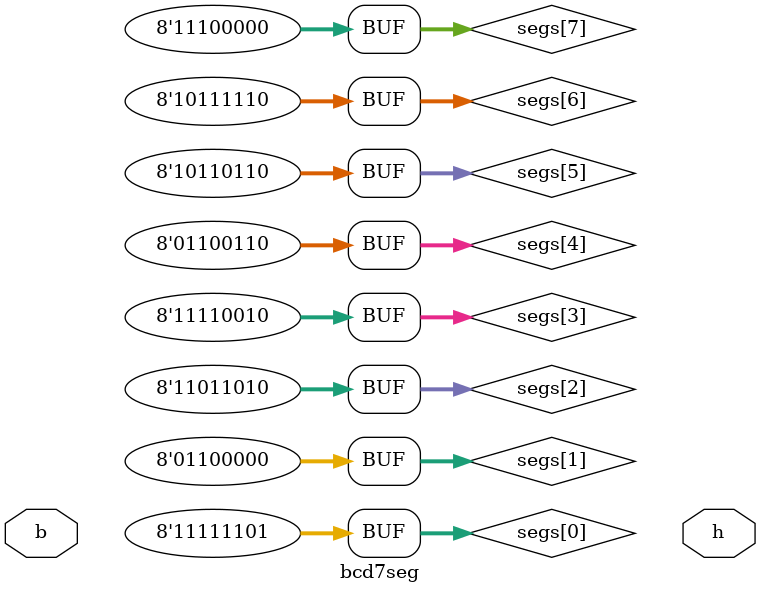
<source format=v>
module bcd7seg(
    input  [2:0] b,
    output reg [7:0] h
);

wire [7:0] segs[0:7];  // 七段显示对应的编码
assign segs[0] = 8'b11111101;
assign segs[1] = 8'b01100000;
assign segs[2] = 8'b11011010;
assign segs[3] = 8'b11110010;
assign segs[4] = 8'b01100110;
assign segs[5] = 8'b10110110;
assign segs[6] = 8'b10111110;
assign segs[7] = 8'b11100000;
endmodule

</source>
